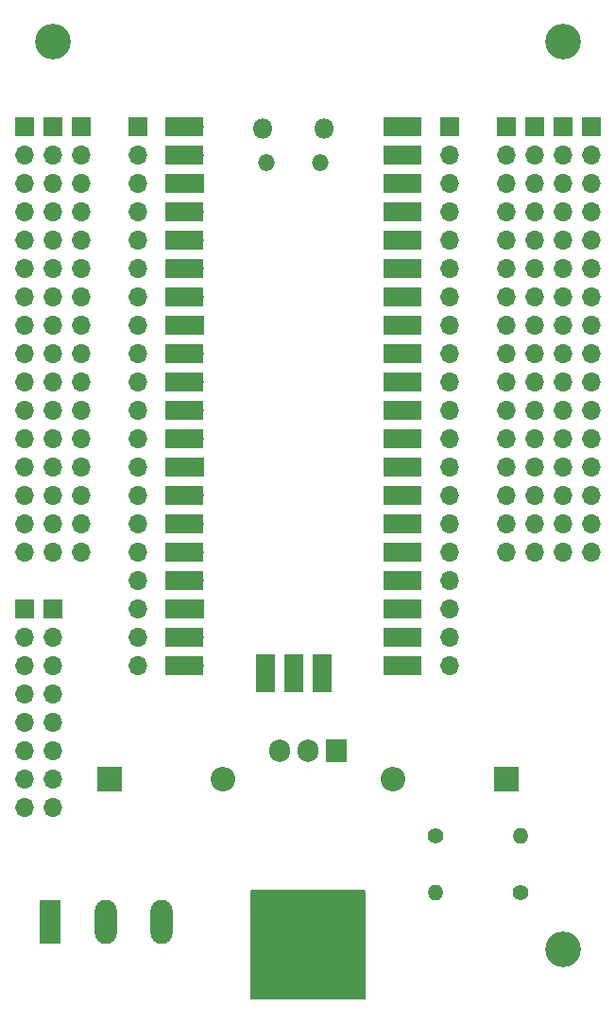
<source format=gts>
G04 #@! TF.GenerationSoftware,KiCad,Pcbnew,6.0.2+dfsg-1*
G04 #@! TF.CreationDate,2024-08-17T12:20:11+10:00*
G04 #@! TF.ProjectId,MQTTDecoderExpansionBoard,4d515454-4465-4636-9f64-657245787061,A*
G04 #@! TF.SameCoordinates,Original*
G04 #@! TF.FileFunction,Soldermask,Top*
G04 #@! TF.FilePolarity,Negative*
%FSLAX46Y46*%
G04 Gerber Fmt 4.6, Leading zero omitted, Abs format (unit mm)*
G04 Created by KiCad (PCBNEW 6.0.2+dfsg-1) date 2024-08-17 12:20:11*
%MOMM*%
%LPD*%
G01*
G04 APERTURE LIST*
%ADD10C,0.150000*%
%ADD11R,1.700000X1.700000*%
%ADD12O,1.700000X1.700000*%
%ADD13C,1.400000*%
%ADD14O,1.400000X1.400000*%
%ADD15O,1.800000X1.800000*%
%ADD16O,1.500000X1.500000*%
%ADD17R,3.500000X1.700000*%
%ADD18R,1.700000X3.500000*%
%ADD19R,2.200000X2.200000*%
%ADD20O,2.200000X2.200000*%
%ADD21R,1.905000X2.000000*%
%ADD22O,1.905000X2.000000*%
%ADD23R,1.980000X3.960000*%
%ADD24O,1.980000X3.960000*%
%ADD25C,3.200000*%
G04 APERTURE END LIST*
D10*
X137160000Y-121709821D02*
X147320000Y-121709821D01*
X147320000Y-121709821D02*
X147320000Y-131392532D01*
X147320000Y-131392532D02*
X137160000Y-131392532D01*
X137160000Y-131392532D02*
X137160000Y-121709821D01*
G36*
X137160000Y-121709821D02*
G01*
X147320000Y-121709821D01*
X147320000Y-131392532D01*
X137160000Y-131392532D01*
X137160000Y-121709821D01*
G37*
D11*
X160020000Y-53340000D03*
D12*
X160020000Y-55880000D03*
X160020000Y-58420000D03*
X160020000Y-60960000D03*
X160020000Y-63500000D03*
X160020000Y-66040000D03*
X160020000Y-68580000D03*
X160020000Y-71120000D03*
X160020000Y-73660000D03*
X160020000Y-76200000D03*
X160020000Y-78740000D03*
X160020000Y-81280000D03*
X160020000Y-83820000D03*
X160020000Y-86360000D03*
X160020000Y-88900000D03*
X160020000Y-91440000D03*
D13*
X153670000Y-116840000D03*
D14*
X161290000Y-116840000D03*
D11*
X127000000Y-53340000D03*
D12*
X127000000Y-55880000D03*
X127000000Y-58420000D03*
X127000000Y-60960000D03*
X127000000Y-63500000D03*
X127000000Y-66040000D03*
X127000000Y-68580000D03*
X127000000Y-71120000D03*
X127000000Y-73660000D03*
X127000000Y-76200000D03*
X127000000Y-78740000D03*
X127000000Y-81280000D03*
X127000000Y-83820000D03*
X127000000Y-86360000D03*
X127000000Y-88900000D03*
X127000000Y-91440000D03*
X127000000Y-93980000D03*
X127000000Y-96520000D03*
X127000000Y-99060000D03*
X127000000Y-101600000D03*
D11*
X167640000Y-53340000D03*
D12*
X167640000Y-55880000D03*
X167640000Y-58420000D03*
X167640000Y-60960000D03*
X167640000Y-63500000D03*
X167640000Y-66040000D03*
X167640000Y-68580000D03*
X167640000Y-71120000D03*
X167640000Y-73660000D03*
X167640000Y-76200000D03*
X167640000Y-78740000D03*
X167640000Y-81280000D03*
X167640000Y-83820000D03*
X167640000Y-86360000D03*
X167640000Y-88900000D03*
X167640000Y-91440000D03*
D15*
X138245000Y-53470000D03*
D16*
X143395000Y-56500000D03*
X138545000Y-56500000D03*
D15*
X143695000Y-53470000D03*
D17*
X131180000Y-53340000D03*
D12*
X132080000Y-53340000D03*
D17*
X131180000Y-55880000D03*
D12*
X132080000Y-55880000D03*
D11*
X132080000Y-58420000D03*
D17*
X131180000Y-58420000D03*
D12*
X132080000Y-60960000D03*
D17*
X131180000Y-60960000D03*
X131180000Y-63500000D03*
D12*
X132080000Y-63500000D03*
D17*
X131180000Y-66040000D03*
D12*
X132080000Y-66040000D03*
D17*
X131180000Y-68580000D03*
D12*
X132080000Y-68580000D03*
D17*
X131180000Y-71120000D03*
D11*
X132080000Y-71120000D03*
D12*
X132080000Y-73660000D03*
D17*
X131180000Y-73660000D03*
D12*
X132080000Y-76200000D03*
D17*
X131180000Y-76200000D03*
D12*
X132080000Y-78740000D03*
D17*
X131180000Y-78740000D03*
X131180000Y-81280000D03*
D12*
X132080000Y-81280000D03*
D11*
X132080000Y-83820000D03*
D17*
X131180000Y-83820000D03*
D12*
X132080000Y-86360000D03*
D17*
X131180000Y-86360000D03*
X131180000Y-88900000D03*
D12*
X132080000Y-88900000D03*
X132080000Y-91440000D03*
D17*
X131180000Y-91440000D03*
X131180000Y-93980000D03*
D12*
X132080000Y-93980000D03*
D17*
X131180000Y-96520000D03*
D11*
X132080000Y-96520000D03*
D12*
X132080000Y-99060000D03*
D17*
X131180000Y-99060000D03*
D12*
X132080000Y-101600000D03*
D17*
X131180000Y-101600000D03*
D12*
X149860000Y-101600000D03*
D17*
X150760000Y-101600000D03*
D12*
X149860000Y-99060000D03*
D17*
X150760000Y-99060000D03*
D11*
X149860000Y-96520000D03*
D17*
X150760000Y-96520000D03*
X150760000Y-93980000D03*
D12*
X149860000Y-93980000D03*
X149860000Y-91440000D03*
D17*
X150760000Y-91440000D03*
D12*
X149860000Y-88900000D03*
D17*
X150760000Y-88900000D03*
D12*
X149860000Y-86360000D03*
D17*
X150760000Y-86360000D03*
D11*
X149860000Y-83820000D03*
D17*
X150760000Y-83820000D03*
X150760000Y-81280000D03*
D12*
X149860000Y-81280000D03*
X149860000Y-78740000D03*
D17*
X150760000Y-78740000D03*
X150760000Y-76200000D03*
D12*
X149860000Y-76200000D03*
X149860000Y-73660000D03*
D17*
X150760000Y-73660000D03*
D11*
X149860000Y-71120000D03*
D17*
X150760000Y-71120000D03*
X150760000Y-68580000D03*
D12*
X149860000Y-68580000D03*
D17*
X150760000Y-66040000D03*
D12*
X149860000Y-66040000D03*
X149860000Y-63500000D03*
D17*
X150760000Y-63500000D03*
X150760000Y-60960000D03*
D12*
X149860000Y-60960000D03*
D17*
X150760000Y-58420000D03*
D11*
X149860000Y-58420000D03*
D12*
X149860000Y-55880000D03*
D17*
X150760000Y-55880000D03*
X150760000Y-53340000D03*
D12*
X149860000Y-53340000D03*
X138430000Y-101370000D03*
D18*
X138430000Y-102270000D03*
X140970000Y-102270000D03*
D11*
X140970000Y-101370000D03*
D18*
X143510000Y-102270000D03*
D12*
X143510000Y-101370000D03*
D19*
X124460000Y-111760000D03*
D20*
X134620000Y-111760000D03*
D21*
X144780000Y-109220000D03*
D22*
X142240000Y-109220000D03*
X139700000Y-109220000D03*
D11*
X162560000Y-53340000D03*
D12*
X162560000Y-55880000D03*
X162560000Y-58420000D03*
X162560000Y-60960000D03*
X162560000Y-63500000D03*
X162560000Y-66040000D03*
X162560000Y-68580000D03*
X162560000Y-71120000D03*
X162560000Y-73660000D03*
X162560000Y-76200000D03*
X162560000Y-78740000D03*
X162560000Y-81280000D03*
X162560000Y-83820000D03*
X162560000Y-86360000D03*
X162560000Y-88900000D03*
X162560000Y-91440000D03*
D11*
X165100000Y-53340000D03*
D12*
X165100000Y-55880000D03*
X165100000Y-58420000D03*
X165100000Y-60960000D03*
X165100000Y-63500000D03*
X165100000Y-66040000D03*
X165100000Y-68580000D03*
X165100000Y-71120000D03*
X165100000Y-73660000D03*
X165100000Y-76200000D03*
X165100000Y-78740000D03*
X165100000Y-81280000D03*
X165100000Y-83820000D03*
X165100000Y-86360000D03*
X165100000Y-88900000D03*
X165100000Y-91440000D03*
D11*
X119380000Y-53340000D03*
D12*
X119380000Y-55880000D03*
X119380000Y-58420000D03*
X119380000Y-60960000D03*
X119380000Y-63500000D03*
X119380000Y-66040000D03*
X119380000Y-68580000D03*
X119380000Y-71120000D03*
X119380000Y-73660000D03*
X119380000Y-76200000D03*
X119380000Y-78740000D03*
X119380000Y-81280000D03*
X119380000Y-83820000D03*
X119380000Y-86360000D03*
X119380000Y-88900000D03*
X119380000Y-91440000D03*
D11*
X116840000Y-53340000D03*
D12*
X116840000Y-55880000D03*
X116840000Y-58420000D03*
X116840000Y-60960000D03*
X116840000Y-63500000D03*
X116840000Y-66040000D03*
X116840000Y-68580000D03*
X116840000Y-71120000D03*
X116840000Y-73660000D03*
X116840000Y-76200000D03*
X116840000Y-78740000D03*
X116840000Y-81280000D03*
X116840000Y-83820000D03*
X116840000Y-86360000D03*
X116840000Y-88900000D03*
X116840000Y-91440000D03*
D13*
X161290000Y-121920000D03*
D14*
X153670000Y-121920000D03*
D23*
X119165000Y-124470000D03*
D24*
X124165000Y-124470000D03*
X129165000Y-124470000D03*
D11*
X154940000Y-53340000D03*
D12*
X154940000Y-55880000D03*
X154940000Y-58420000D03*
X154940000Y-60960000D03*
X154940000Y-63500000D03*
X154940000Y-66040000D03*
X154940000Y-68580000D03*
X154940000Y-71120000D03*
X154940000Y-73660000D03*
X154940000Y-76200000D03*
X154940000Y-78740000D03*
X154940000Y-81280000D03*
X154940000Y-83820000D03*
X154940000Y-86360000D03*
X154940000Y-88900000D03*
X154940000Y-91440000D03*
X154940000Y-93980000D03*
X154940000Y-96520000D03*
X154940000Y-99060000D03*
X154940000Y-101600000D03*
D19*
X160020000Y-111760000D03*
D20*
X149860000Y-111760000D03*
D25*
X165100000Y-45720000D03*
X119380000Y-45720000D03*
X165100000Y-127000000D03*
D11*
X119380000Y-96520000D03*
D12*
X119380000Y-99060000D03*
X119380000Y-101600000D03*
X119380000Y-104140000D03*
X119380000Y-106680000D03*
X119380000Y-109220000D03*
X119380000Y-111760000D03*
X119380000Y-114300000D03*
D11*
X116840000Y-96520000D03*
D12*
X116840000Y-99060000D03*
X116840000Y-101600000D03*
X116840000Y-104140000D03*
X116840000Y-106680000D03*
X116840000Y-109220000D03*
X116840000Y-111760000D03*
X116840000Y-114300000D03*
D11*
X121920000Y-53340000D03*
D12*
X121920000Y-55880000D03*
X121920000Y-58420000D03*
X121920000Y-60960000D03*
X121920000Y-63500000D03*
X121920000Y-66040000D03*
X121920000Y-68580000D03*
X121920000Y-71120000D03*
X121920000Y-73660000D03*
X121920000Y-76200000D03*
X121920000Y-78740000D03*
X121920000Y-81280000D03*
X121920000Y-83820000D03*
X121920000Y-86360000D03*
X121920000Y-88900000D03*
X121920000Y-91440000D03*
M02*

</source>
